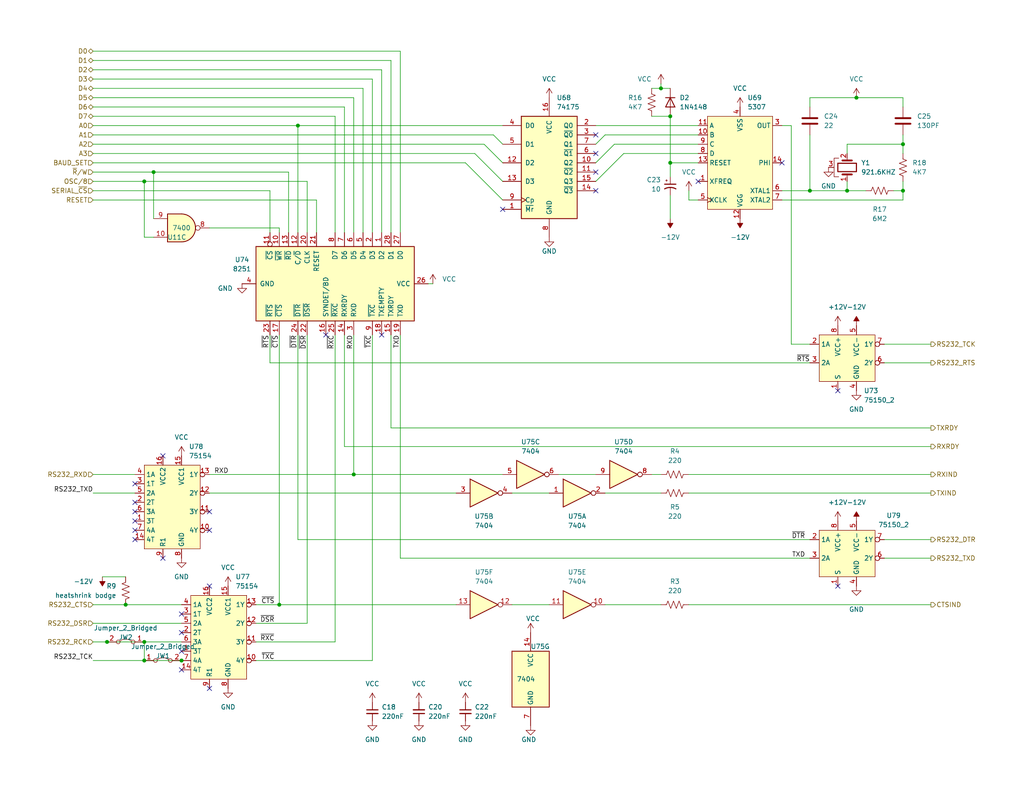
<source format=kicad_sch>
(kicad_sch (version 20230121) (generator eeschema)
  (paper "USLetter")
  (lib_symbols
    (symbol "74xx:7400" (pin_names (offset 1.016))
      (property "Reference" "U" (at 0 1.27 0))
      (property "Value" "7400" (at 0 -1.27 0))
      (symbol "7400_1_1"
        (arc (start 0 -3.81) (mid 3.7934 0) (end 0 3.81) (stroke (width 0.254)) (fill (type background)))
        (polyline (pts (xy 0 3.81) (xy -3.81 3.81) (xy -3.81 -3.81) (xy 0 -3.81)) (stroke (width 0.254)) (fill (type background)))
        (pin input line (at -7.62 2.54 0) (length 3.81) (name "~") (number "1"))
        (pin input line (at -7.62 -2.54 0) (length 3.81) (name "~") (number "2"))
        (pin output inverted (at 7.62 0 180) (length 3.81) (name "~") (number "3"))
      )
      (symbol "7400_1_2"
        (arc (start -3.81 -3.81) (mid -2.589 0) (end -3.81 3.81) (stroke (width 0.254)))
        (arc (start -0.6096 -3.81) (mid 2.1855 -2.584) (end 3.81 0) (stroke (width 0.254)) (fill (type background)))
        (polyline (pts (xy -3.81 -3.81) (xy -0.635 -3.81)) (stroke (width 0.254)) (fill (type background)))
        (polyline (pts (xy -3.81 3.81) (xy -0.635 3.81)) (stroke (width 0.254)) (fill (type background)))
        (polyline (pts (xy -0.635 3.81) (xy -3.81 3.81) (xy -3.81 3.81) (xy -3.556 3.4036) (xy -3.0226 2.2606) (xy -2.6924 1.0414) (xy -2.6162 -0.254) (xy -2.7686 -1.4986) (xy -3.175 -2.7178) (xy -3.81 -3.81) (xy -3.81 -3.81) (xy -0.635 -3.81)) (stroke (width -25.4)) (fill (type background)))
        (arc (start 3.81 0) (mid 2.1928 2.5925) (end -0.6096 3.81) (stroke (width 0.254)) (fill (type background)))
        (pin input inverted (at -7.62 2.54 0) (length 4.318) (name "~") (number "1"))
        (pin input inverted (at -7.62 -2.54 0) (length 4.318) (name "~") (number "2"))
        (pin output line (at 7.62 0 180) (length 3.81) (name "~") (number "3"))
      )
      (symbol "7400_2_1"
        (arc (start 0 -3.81) (mid 3.7934 0) (end 0 3.81) (stroke (width 0.254)) (fill (type background)))
        (polyline (pts (xy 0 3.81) (xy -3.81 3.81) (xy -3.81 -3.81) (xy 0 -3.81)) (stroke (width 0.254)) (fill (type background)))
        (pin input line (at -7.62 2.54 0) (length 3.81) (name "~") (number "4"))
        (pin input line (at -7.62 -2.54 0) (length 3.81) (name "~") (number "5"))
        (pin output inverted (at 7.62 0 180) (length 3.81) (name "~") (number "6"))
      )
      (symbol "7400_2_2"
        (arc (start -3.81 -3.81) (mid -2.589 0) (end -3.81 3.81) (stroke (width 0.254)))
        (arc (start -0.6096 -3.81) (mid 2.1855 -2.584) (end 3.81 0) (stroke (width 0.254)) (fill (type background)))
        (polyline (pts (xy -3.81 -3.81) (xy -0.635 -3.81)) (stroke (width 0.254)) (fill (type background)))
        (polyline (pts (xy -3.81 3.81) (xy -0.635 3.81)) (stroke (width 0.254)) (fill (type background)))
        (polyline (pts (xy -0.635 3.81) (xy -3.81 3.81) (xy -3.81 3.81) (xy -3.556 3.4036) (xy -3.0226 2.2606) (xy -2.6924 1.0414) (xy -2.6162 -0.254) (xy -2.7686 -1.4986) (xy -3.175 -2.7178) (xy -3.81 -3.81) (xy -3.81 -3.81) (xy -0.635 -3.81)) (stroke (width -25.4)) (fill (type background)))
        (arc (start 3.81 0) (mid 2.1928 2.5925) (end -0.6096 3.81) (stroke (width 0.254)) (fill (type background)))
        (pin input inverted (at -7.62 2.54 0) (length 4.318) (name "~") (number "4"))
        (pin input inverted (at -7.62 -2.54 0) (length 4.318) (name "~") (number "5"))
        (pin output line (at 7.62 0 180) (length 3.81) (name "~") (number "6"))
      )
      (symbol "7400_3_1"
        (arc (start 0 -3.81) (mid 3.7934 0) (end 0 3.81) (stroke (width 0.254)) (fill (type background)))
        (polyline (pts (xy 0 3.81) (xy -3.81 3.81) (xy -3.81 -3.81) (xy 0 -3.81)) (stroke (width 0.254)) (fill (type background)))
        (pin input line (at -7.62 -2.54 0) (length 3.81) (name "~") (number "10"))
        (pin output inverted (at 7.62 0 180) (length 3.81) (name "~") (number "8"))
        (pin input line (at -7.62 2.54 0) (length 3.81) (name "~") (number "9"))
      )
      (symbol "7400_3_2"
        (arc (start -3.81 -3.81) (mid -2.589 0) (end -3.81 3.81) (stroke (width 0.254)))
        (arc (start -0.6096 -3.81) (mid 2.1855 -2.584) (end 3.81 0) (stroke (width 0.254)) (fill (type background)))
        (polyline (pts (xy -3.81 -3.81) (xy -0.635 -3.81)) (stroke (width 0.254)) (fill (type background)))
        (polyline (pts (xy -3.81 3.81) (xy -0.635 3.81)) (stroke (width 0.254)) (fill (type background)))
        (polyline (pts (xy -0.635 3.81) (xy -3.81 3.81) (xy -3.81 3.81) (xy -3.556 3.4036) (xy -3.0226 2.2606) (xy -2.6924 1.0414) (xy -2.6162 -0.254) (xy -2.7686 -1.4986) (xy -3.175 -2.7178) (xy -3.81 -3.81) (xy -3.81 -3.81) (xy -0.635 -3.81)) (stroke (width -25.4)) (fill (type background)))
        (arc (start 3.81 0) (mid 2.1928 2.5925) (end -0.6096 3.81) (stroke (width 0.254)) (fill (type background)))
        (pin input inverted (at -7.62 -2.54 0) (length 4.318) (name "~") (number "10"))
        (pin output line (at 7.62 0 180) (length 3.81) (name "~") (number "8"))
        (pin input inverted (at -7.62 2.54 0) (length 4.318) (name "~") (number "9"))
      )
      (symbol "7400_4_1"
        (arc (start 0 -3.81) (mid 3.7934 0) (end 0 3.81) (stroke (width 0.254)) (fill (type background)))
        (polyline (pts (xy 0 3.81) (xy -3.81 3.81) (xy -3.81 -3.81) (xy 0 -3.81)) (stroke (width 0.254)) (fill (type background)))
        (pin output inverted (at 7.62 0 180) (length 3.81) (name "~") (number "11"))
        (pin input line (at -7.62 2.54 0) (length 3.81) (name "~") (number "12"))
        (pin input line (at -7.62 -2.54 0) (length 3.81) (name "~") (number "13"))
      )
      (symbol "7400_4_2"
        (arc (start -3.81 -3.81) (mid -2.589 0) (end -3.81 3.81) (stroke (width 0.254)))
        (arc (start -0.6096 -3.81) (mid 2.1855 -2.584) (end 3.81 0) (stroke (width 0.254)) (fill (type background)))
        (polyline (pts (xy -3.81 -3.81) (xy -0.635 -3.81)) (stroke (width 0.254)) (fill (type background)))
        (polyline (pts (xy -3.81 3.81) (xy -0.635 3.81)) (stroke (width 0.254)) (fill (type background)))
        (polyline (pts (xy -0.635 3.81) (xy -3.81 3.81) (xy -3.81 3.81) (xy -3.556 3.4036) (xy -3.0226 2.2606) (xy -2.6924 1.0414) (xy -2.6162 -0.254) (xy -2.7686 -1.4986) (xy -3.175 -2.7178) (xy -3.81 -3.81) (xy -3.81 -3.81) (xy -0.635 -3.81)) (stroke (width -25.4)) (fill (type background)))
        (arc (start 3.81 0) (mid 2.1928 2.5925) (end -0.6096 3.81) (stroke (width 0.254)) (fill (type background)))
        (pin output line (at 7.62 0 180) (length 3.81) (name "~") (number "11"))
        (pin input inverted (at -7.62 2.54 0) (length 4.318) (name "~") (number "12"))
        (pin input inverted (at -7.62 -2.54 0) (length 4.318) (name "~") (number "13"))
      )
      (symbol "7400_5_0"
        (pin power_in line (at 0 12.7 270) (length 5.08) (name "VCC") (number "14"))
        (pin power_in line (at 0 -12.7 90) (length 5.08) (name "GND") (number "7"))
      )
      (symbol "7400_5_1"
        (rectangle (start -5.08 7.62) (end 5.08 -7.62) (stroke (width 0.254)) (fill (type background)))
      )
    )
    (symbol "74xx:74LS04"
      (property "Reference" "U" (at 0 1.27 0))
      (property "Value" "74LS04" (at 0 -1.27 0))
      (symbol "74LS04_1_0"
        (polyline (pts (xy -3.81 3.81) (xy -3.81 -3.81) (xy 3.81 0) (xy -3.81 3.81)) (stroke (width 0.254)) (fill (type background)))
        (pin input line (at -7.62 0 0) (length 3.81) (name "~") (number "1"))
        (pin output inverted (at 7.62 0 180) (length 3.81) (name "~") (number "2"))
      )
      (symbol "74LS04_2_0"
        (polyline (pts (xy -3.81 3.81) (xy -3.81 -3.81) (xy 3.81 0) (xy -3.81 3.81)) (stroke (width 0.254)) (fill (type background)))
        (pin input line (at -7.62 0 0) (length 3.81) (name "~") (number "3"))
        (pin output inverted (at 7.62 0 180) (length 3.81) (name "~") (number "4"))
      )
      (symbol "74LS04_3_0"
        (polyline (pts (xy -3.81 3.81) (xy -3.81 -3.81) (xy 3.81 0) (xy -3.81 3.81)) (stroke (width 0.254)) (fill (type background)))
        (pin input line (at -7.62 0 0) (length 3.81) (name "~") (number "5"))
        (pin output inverted (at 7.62 0 180) (length 3.81) (name "~") (number "6"))
      )
      (symbol "74LS04_4_0"
        (polyline (pts (xy -3.81 3.81) (xy -3.81 -3.81) (xy 3.81 0) (xy -3.81 3.81)) (stroke (width 0.254)) (fill (type background)))
        (pin output inverted (at 7.62 0 180) (length 3.81) (name "~") (number "8"))
        (pin input line (at -7.62 0 0) (length 3.81) (name "~") (number "9"))
      )
      (symbol "74LS04_5_0"
        (polyline (pts (xy -3.81 3.81) (xy -3.81 -3.81) (xy 3.81 0) (xy -3.81 3.81)) (stroke (width 0.254)) (fill (type background)))
        (pin output inverted (at 7.62 0 180) (length 3.81) (name "~") (number "10"))
        (pin input line (at -7.62 0 0) (length 3.81) (name "~") (number "11"))
      )
      (symbol "74LS04_6_0"
        (polyline (pts (xy -3.81 3.81) (xy -3.81 -3.81) (xy 3.81 0) (xy -3.81 3.81)) (stroke (width 0.254)) (fill (type background)))
        (pin output inverted (at 7.62 0 180) (length 3.81) (name "~") (number "12"))
        (pin input line (at -7.62 0 0) (length 3.81) (name "~") (number "13"))
      )
      (symbol "74LS04_7_0"
        (pin power_in line (at 0 12.7 270) (length 5.08) (name "VCC") (number "14"))
        (pin power_in line (at 0 -12.7 90) (length 5.08) (name "GND") (number "7"))
      )
      (symbol "74LS04_7_1"
        (rectangle (start -5.08 7.62) (end 5.08 -7.62) (stroke (width 0.254)) (fill (type background)))
      )
    )
    (symbol "74xx:74LS175" (pin_names (offset 1.016))
      (property "Reference" "U" (at -7.62 13.97 0))
      (property "Value" "74LS175" (at -7.62 -16.51 0))
      (symbol "74LS175_1_0"
        (pin input line (at -12.7 -12.7 0) (length 5.08) (name "~{Mr}") (number "1"))
        (pin output line (at 12.7 0 180) (length 5.08) (name "Q2") (number "10"))
        (pin output line (at 12.7 -2.54 180) (length 5.08) (name "~{Q2}") (number "11"))
        (pin input line (at -12.7 0 0) (length 5.08) (name "D2") (number "12"))
        (pin input line (at -12.7 -5.08 0) (length 5.08) (name "D3") (number "13"))
        (pin output line (at 12.7 -7.62 180) (length 5.08) (name "~{Q3}") (number "14"))
        (pin output line (at 12.7 -5.08 180) (length 5.08) (name "Q3") (number "15"))
        (pin power_in line (at 0 17.78 270) (length 5.08) (name "VCC") (number "16"))
        (pin output line (at 12.7 10.16 180) (length 5.08) (name "Q0") (number "2"))
        (pin output line (at 12.7 7.62 180) (length 5.08) (name "~{Q0}") (number "3"))
        (pin input line (at -12.7 10.16 0) (length 5.08) (name "D0") (number "4"))
        (pin input line (at -12.7 5.08 0) (length 5.08) (name "D1") (number "5"))
        (pin output line (at 12.7 2.54 180) (length 5.08) (name "~{Q1}") (number "6"))
        (pin output line (at 12.7 5.08 180) (length 5.08) (name "Q1") (number "7"))
        (pin power_in line (at 0 -20.32 90) (length 5.08) (name "GND") (number "8"))
        (pin input clock (at -12.7 -10.16 0) (length 5.08) (name "Cp") (number "9"))
      )
      (symbol "74LS175_1_1"
        (rectangle (start -7.62 12.7) (end 7.62 -15.24) (stroke (width 0.254)) (fill (type background)))
      )
    )
    (symbol "Device:C" (pin_numbers hide) (pin_names (offset 0.254))
      (property "Reference" "C" (at 0.635 2.54 0))
      (property "Value" "C" (at 0.635 -2.54 0))
      (symbol "C_0_1"
        (polyline (pts (xy -2.032 -0.762) (xy 2.032 -0.762)) (stroke (width 0.508)))
        (polyline (pts (xy -2.032 0.762) (xy 2.032 0.762)) (stroke (width 0.508)))
      )
      (symbol "C_1_1"
        (pin passive line (at 0 3.81 270) (length 2.794) (name "~") (number "1"))
        (pin passive line (at 0 -3.81 90) (length 2.794) (name "~") (number "2"))
      )
    )
    (symbol "Device:C_Polarized_Small_US" (pin_numbers hide) (pin_names (offset 0.254) hide)
      (property "Reference" "C" (at 0.254 1.778 0))
      (property "Value" "C_Polarized_Small_US" (at 0.254 -2.032 0))
      (symbol "C_Polarized_Small_US_0_1"
        (polyline (pts (xy -1.524 0.508) (xy 1.524 0.508)) (stroke (width 0.3048)))
        (polyline (pts (xy -1.27 1.524) (xy -0.762 1.524)))
        (polyline (pts (xy -1.016 1.27) (xy -1.016 1.778)))
        (arc (start 1.524 -0.762) (mid 0 -0.3734) (end -1.524 -0.762) (stroke (width 0.3048)))
      )
      (symbol "C_Polarized_Small_US_1_1"
        (pin passive line (at 0 2.54 270) (length 2.032) (name "~") (number "1"))
        (pin passive line (at 0 -2.54 90) (length 2.032) (name "~") (number "2"))
      )
    )
    (symbol "Device:C_Small" (pin_numbers hide) (pin_names (offset 0.254) hide)
      (property "Reference" "C" (at 0.254 1.778 0))
      (property "Value" "C_Small" (at 0.254 -2.032 0))
      (symbol "C_Small_0_1"
        (polyline (pts (xy -1.524 -0.508) (xy 1.524 -0.508)) (stroke (width 0.3302)))
        (polyline (pts (xy -1.524 0.508) (xy 1.524 0.508)) (stroke (width 0.3048)))
      )
      (symbol "C_Small_1_1"
        (pin passive line (at 0 2.54 270) (length 2.032) (name "~") (number "1"))
        (pin passive line (at 0 -2.54 90) (length 2.032) (name "~") (number "2"))
      )
    )
    (symbol "Device:Crystal_GND3" (pin_names (offset 1.016) hide)
      (property "Reference" "Y" (at 0 5.715 0))
      (property "Value" "Crystal_GND3" (at 0 3.81 0))
      (symbol "Crystal_GND3_0_1"
        (rectangle (start -1.143 2.54) (end 1.143 -2.54) (stroke (width 0.3048)))
        (polyline (pts (xy -2.54 0) (xy -1.905 0)))
        (polyline (pts (xy -1.905 -1.27) (xy -1.905 1.27)) (stroke (width 0.508)))
        (polyline (pts (xy 0 -3.81) (xy 0 -3.556)))
        (polyline (pts (xy 1.905 0) (xy 2.54 0)))
        (polyline (pts (xy 1.905 1.27) (xy 1.905 -1.27)) (stroke (width 0.508)))
        (polyline (pts (xy -2.54 -2.286) (xy -2.54 -3.556) (xy 2.54 -3.556) (xy 2.54 -2.286)))
      )
      (symbol "Crystal_GND3_1_1"
        (pin passive line (at -3.81 0 0) (length 1.27) (name "1") (number "1"))
        (pin passive line (at 3.81 0 180) (length 1.27) (name "2") (number "2"))
        (pin passive line (at 0 -5.08 90) (length 1.27) (name "3") (number "3"))
      )
    )
    (symbol "Device:R_US" (pin_numbers hide) (pin_names (offset 0))
      (property "Reference" "R" (at 2.54 0 90))
      (property "Value" "R_US" (at -2.54 0 90))
      (symbol "R_US_0_1"
        (polyline (pts (xy 0 -2.286) (xy 0 -2.54)))
        (polyline (pts (xy 0 2.286) (xy 0 2.54)))
        (polyline (pts (xy 0 -0.762) (xy 1.016 -1.143) (xy 0 -1.524) (xy -1.016 -1.905) (xy 0 -2.286)))
        (polyline (pts (xy 0 0.762) (xy 1.016 0.381) (xy 0 0) (xy -1.016 -0.381) (xy 0 -0.762)))
        (polyline (pts (xy 0 2.286) (xy 1.016 1.905) (xy 0 1.524) (xy -1.016 1.143) (xy 0 0.762)))
      )
      (symbol "R_US_1_1"
        (pin passive line (at 0 3.81 270) (length 1.27) (name "~") (number "1"))
        (pin passive line (at 0 -3.81 90) (length 1.27) (name "~") (number "2"))
      )
    )
    (symbol "Diode:1N4148" (pin_numbers hide) (pin_names (offset 1.016) hide)
      (property "Reference" "D" (at 0 2.54 0))
      (property "Value" "1N4148" (at 0 -2.54 0))
      (symbol "1N4148_0_1"
        (polyline (pts (xy -1.27 1.27) (xy -1.27 -1.27)) (stroke (width 0.254)))
        (polyline (pts (xy 1.27 0) (xy -1.27 0)))
        (polyline (pts (xy 1.27 1.27) (xy 1.27 -1.27) (xy -1.27 0) (xy 1.27 1.27)) (stroke (width 0.254)))
      )
      (symbol "1N4148_1_1"
        (pin passive line (at -3.81 0 0) (length 2.54) (name "K") (number "1"))
        (pin passive line (at 3.81 0 180) (length 2.54) (name "A") (number "2"))
      )
    )
    (symbol "Jumper:Jumper_2_Bridged" (pin_names (offset 0) hide)
      (property "Reference" "JP" (at 0 1.905 0))
      (property "Value" "Jumper_2_Bridged" (at 0 -2.54 0))
      (symbol "Jumper_2_Bridged_0_0"
        (circle (center -2.032 0) (radius 0.508))
        (circle (center 2.032 0) (radius 0.508))
      )
      (symbol "Jumper_2_Bridged_0_1"
        (arc (start 1.524 0.254) (mid 0 0.762) (end -1.524 0.254))
      )
      (symbol "Jumper_2_Bridged_1_1"
        (pin passive line (at -5.08 0 0) (length 2.54) (name "A") (number "1"))
        (pin passive line (at 5.08 0 180) (length 2.54) (name "B") (number "2"))
      )
    )
    (symbol "ambassador:5307"
      (property "Reference" "U" (at 3.81 11.43 0))
      (property "Value" "5307" (at 3.81 -16.51 0))
      (symbol "5307_0_0"
        (pin input line (at -11.43 -7.62 0) (length 2.54) (name "XFREQ") (number "1"))
        (pin input line (at -11.43 5.08 0) (length 2.54) (name "B") (number "10"))
        (pin input line (at -11.43 7.62 0) (length 2.54) (name "A") (number "11"))
        (pin power_in line (at 0 -17.78 90) (length 2.54) (name "VGG") (number "12"))
        (pin input line (at -11.43 -2.54 0) (length 2.54) (name "RESET") (number "13"))
        (pin output line (at 11.43 -2.54 180) (length 2.54) (name "PHI") (number "14"))
        (pin no_connect non_logic (at 11.43 -7.62 180) (length 2.54) hide (name "NC") (number "2"))
        (pin output line (at 11.43 7.62 180) (length 2.54) (name "OUT") (number "3"))
        (pin power_in line (at 0 12.7 270) (length 2.54) (name "VSS") (number "4"))
        (pin input clock (at -11.43 -12.7 0) (length 2.54) (name "XCLK") (number "5"))
        (pin input line (at 11.43 -10.16 180) (length 2.54) (name "XTAL1") (number "6"))
        (pin input line (at 11.43 -12.7 180) (length 2.54) (name "XTAL2") (number "7"))
        (pin input line (at -11.43 0 0) (length 2.54) (name "D") (number "8"))
        (pin input line (at -11.43 2.54 0) (length 2.54) (name "C") (number "9"))
      )
      (symbol "5307_0_1"
        (rectangle (start -8.89 10.16) (end 8.89 -15.24) (fill (type background)))
      )
    )
    (symbol "ambassador:75150_2"
      (property "Reference" "U" (at -7.62 16.51 0))
      (property "Value" "75150_2" (at 7.62 16.51 0))
      (symbol "75150_2_0_0"
        (pin input line (at -2.54 0 90) (length 2.54) (name "S") (number "1"))
        (pin input line (at -10.16 12.7 0) (length 2.54) (name "1A") (number "2"))
        (pin input line (at -10.16 7.62 0) (length 2.54) (name "2A") (number "3"))
        (pin power_in line (at 2.54 0 90) (length 2.54) (name "GND") (number "4"))
        (pin power_in line (at 2.54 17.78 270) (length 2.54) (name "VCC-") (number "5"))
        (pin output inverted (at 10.16 7.62 180) (length 2.54) (name "2Y") (number "6"))
        (pin output inverted (at 10.16 12.7 180) (length 2.54) (name "1Y") (number "7"))
        (pin power_in line (at -2.54 17.78 270) (length 2.54) (name "VCC+") (number "8"))
      )
      (symbol "75150_2_0_1"
        (rectangle (start -7.62 15.24) (end 7.62 2.54) (fill (type background)))
      )
    )
    (symbol "ambassador:75154"
      (property "Reference" "U" (at -7.62 16.51 0))
      (property "Value" "75154" (at 7.62 16.51 0))
      (symbol "75154_0_0"
        (pin input line (at -10.16 0 0) (length 2.54) (name "3T") (number "1"))
        (pin output inverted (at 10.16 -2.54 180) (length 2.54) (name "4Y") (number "10"))
        (pin output inverted (at 10.16 2.54 180) (length 2.54) (name "3Y") (number "11"))
        (pin output inverted (at 10.16 7.62 180) (length 2.54) (name "2Y") (number "12"))
        (pin output inverted (at 10.16 12.7 180) (length 2.54) (name "1Y") (number "13"))
        (pin input line (at -10.16 -5.08 0) (length 2.54) (name "4T") (number "14"))
        (pin power_in line (at 2.54 17.78 270) (length 2.54) (name "VCC1") (number "15"))
        (pin power_in line (at -2.54 17.78 270) (length 2.54) (name "VCC2") (number "16"))
        (pin input line (at -10.16 5.08 0) (length 2.54) (name "2T") (number "2"))
        (pin input line (at -10.16 10.16 0) (length 2.54) (name "1T") (number "3"))
        (pin input line (at -10.16 12.7 0) (length 2.54) (name "1A") (number "4"))
        (pin input line (at -10.16 7.62 0) (length 2.54) (name "2A") (number "5"))
        (pin input line (at -10.16 2.54 0) (length 2.54) (name "3A") (number "6"))
        (pin input line (at -10.16 -2.54 0) (length 2.54) (name "4A") (number "7"))
        (pin power_in line (at 2.54 -10.16 90) (length 2.54) (name "GND") (number "8"))
        (pin passive line (at -2.54 -10.16 90) (length 2.54) (name "R1") (number "9"))
      )
      (symbol "75154_0_1"
        (rectangle (start -7.62 15.24) (end 7.62 -7.62) (fill (type background)))
      )
    )
    (symbol "ambassador:8251" (pin_names (offset 1.016))
      (property "Reference" "U" (at -10.16 25.4 0))
      (property "Value" "8251" (at 5.08 25.4 0))
      (symbol "8251_0_1"
        (rectangle (start -10.16 24.13) (end 10.16 -19.05) (stroke (width 0.254)) (fill (type background)))
      )
      (symbol "8251_1_1"
        (pin bidirectional line (at -13.97 15.24 0) (length 3.81) (name "D2") (number "1"))
        (pin input line (at -13.97 -12.7 0) (length 3.81) (name "~{WR}") (number "10"))
        (pin input inverted (at -13.97 -15.24 0) (length 3.81) (name "~{CS}") (number "11"))
        (pin input line (at -13.97 -7.62 0) (length 3.81) (name "C/~{D}") (number "12"))
        (pin input line (at -13.97 -10.16 0) (length 3.81) (name "~{RD}") (number "13"))
        (pin output line (at 13.97 5.08 180) (length 3.81) (name "RXRDY") (number "14"))
        (pin output line (at 13.97 17.78 180) (length 3.81) (name "TXRDY") (number "15"))
        (pin bidirectional line (at 13.97 0 180) (length 3.81) (name "SYNDET/BD") (number "16"))
        (pin input line (at 13.97 -12.7 180) (length 3.81) (name "~{CTS}") (number "17"))
        (pin output line (at 13.97 15.24 180) (length 3.81) (name "TXEMPTY") (number "18"))
        (pin output line (at 13.97 20.32 180) (length 3.81) (name "TXD") (number "19"))
        (pin bidirectional line (at -13.97 12.7 0) (length 3.81) (name "D3") (number "2"))
        (pin input line (at -13.97 -5.08 0) (length 3.81) (name "CLK") (number "20"))
        (pin input line (at -13.97 -2.54 0) (length 3.81) (name "RESET") (number "21"))
        (pin input line (at 13.97 -5.08 180) (length 3.81) (name "~{DSR}") (number "22"))
        (pin output line (at 13.97 -15.24 180) (length 3.81) (name "~{RTS}") (number "23"))
        (pin output line (at 13.97 -7.62 180) (length 3.81) (name "~{DTR}") (number "24"))
        (pin input line (at 13.97 2.54 180) (length 3.81) (name "~{RXC}") (number "25"))
        (pin power_in line (at 0 27.94 270) (length 3.81) (name "VCC") (number "26"))
        (pin bidirectional line (at -13.97 20.32 0) (length 3.81) (name "D0") (number "27"))
        (pin bidirectional line (at -13.97 17.78 0) (length 3.81) (name "D1") (number "28"))
        (pin input line (at 13.97 7.62 180) (length 3.81) (name "RXD") (number "3"))
        (pin power_in line (at 0 -22.86 90) (length 3.81) (name "GND") (number "4"))
        (pin bidirectional line (at -13.97 10.16 0) (length 3.81) (name "D4") (number "5"))
        (pin bidirectional line (at -13.97 7.62 0) (length 3.81) (name "D5") (number "6"))
        (pin bidirectional line (at -13.97 5.08 0) (length 3.81) (name "D6") (number "7"))
        (pin bidirectional line (at -13.97 2.54 0) (length 3.81) (name "D7") (number "8"))
        (pin input line (at 13.97 12.7 180) (length 3.81) (name "~{TXC}") (number "9"))
      )
    )
    (symbol "power:+12V" (power) (pin_names (offset 0))
      (property "Value" "+12V" (at 0 3.556 0))
      (symbol "+12V_0_1"
        (polyline (pts (xy -0.762 1.27) (xy 0 2.54)))
        (polyline (pts (xy 0 0) (xy 0 2.54)))
        (polyline (pts (xy 0 2.54) (xy 0.762 1.27)))
      )
      (symbol "+12V_1_1"
        (pin power_in line (at 0 0 90) (length 0) hide (name "+12V") (number "1"))
      )
    )
    (symbol "power:-12V" (power) (pin_names (offset 0))
      (property "Value" "-12V" (at 0 3.81 0))
      (symbol "-12V_0_0"
        (pin power_in line (at 0 0 90) (length 0) hide (name "-12V") (number "1"))
      )
      (symbol "-12V_0_1"
        (polyline (pts (xy 0 0) (xy 0 1.27) (xy 0.762 1.27) (xy 0 2.54) (xy -0.762 1.27) (xy 0 1.27)) (fill (type outline)))
      )
    )
    (symbol "power:GND" (power) (pin_names (offset 0))
      (property "Value" "GND" (at 0 -3.81 0))
      (symbol "GND_0_1"
        (polyline (pts (xy 0 0) (xy 0 -1.27) (xy 1.27 -1.27) (xy 0 -2.54) (xy -1.27 -1.27) (xy 0 -1.27)))
      )
      (symbol "GND_1_1"
        (pin power_in line (at 0 0 270) (length 0) hide (name "GND") (number "1"))
      )
    )
    (symbol "power:VCC" (power) (pin_names (offset 0))
      (property "Value" "VCC" (at 0 3.81 0))
      (symbol "VCC_0_1"
        (polyline (pts (xy -0.762 1.27) (xy 0 2.54)))
        (polyline (pts (xy 0 0) (xy 0 2.54)))
        (polyline (pts (xy 0 2.54) (xy 0.762 1.27)))
      )
      (symbol "VCC_1_1"
        (pin power_in line (at 0 0 90) (length 0) hide (name "VCC") (number "1"))
      )
    )
  )
  (junction (at 180.34 24.13))
  (junction (at 233.68 26.67))
  (junction (at 49.53 180.34))
  (junction (at 220.98 52.07))
  (junction (at 96.52 129.54))
  (junction (at 246.38 52.07))
  (junction (at 39.37 180.34))
  (junction (at 41.91 46.99))
  (junction (at 81.28 34.29))
  (junction (at 39.37 49.53))
  (junction (at 29.21 175.26))
  (junction (at 182.88 44.45))
  (junction (at 246.38 39.37))
  (junction (at 231.14 52.07))
  (junction (at 182.88 31.75))
  (junction (at 76.2 165.1))
  (junction (at 34.29 165.1))
  (junction (at 39.37 175.26))
  (no_connect (at 57.15 187.96))
  (no_connect (at 57.15 160.02))
  (no_connect (at 49.53 182.88))
  (no_connect (at 49.53 177.8))
  (no_connect (at 49.53 172.72))
  (no_connect (at 49.53 167.64))
  (no_connect (at 44.45 124.46))
  (no_connect (at 162.56 41.91))
  (no_connect (at 36.83 142.24))
  (no_connect (at 104.14 91.44))
  (no_connect (at 88.9 91.44))
  (no_connect (at 36.83 147.32))
  (no_connect (at 36.83 144.78))
  (no_connect (at 57.15 144.78))
  (no_connect (at 36.83 139.7))
  (no_connect (at 162.56 52.07))
  (no_connect (at 36.83 137.16))
  (no_connect (at 44.45 152.4))
  (no_connect (at 36.83 132.08))
  (no_connect (at 162.56 46.99))
  (no_connect (at 228.6 106.68))
  (no_connect (at 228.6 160.02))
  (no_connect (at 137.16 57.15))
  (no_connect (at 213.36 44.45))
  (no_connect (at 190.5 49.53))
  (no_connect (at 162.56 36.83))
  (no_connect (at 57.15 139.7))
  (wire (pts (xy 41.91 46.99) (xy 41.91 59.69)))
  (wire (pts (xy 25.4 175.26) (xy 29.21 175.26)))
  (wire (pts (xy 25.4 24.13) (xy 99.06 24.13)))
  (wire (pts (xy 231.14 52.07) (xy 236.22 52.07)))
  (wire (pts (xy 57.15 62.23) (xy 76.2 62.23)))
  (wire (pts (xy 91.44 31.75) (xy 91.44 63.5)))
  (wire (pts (xy 57.15 129.54) (xy 96.52 129.54)))
  (wire (pts (xy 57.15 134.62) (xy 124.46 134.62)))
  (wire (pts (xy 25.4 13.97) (xy 109.22 13.97)))
  (wire (pts (xy 41.91 46.99) (xy 78.74 46.99)))
  (wire (pts (xy 177.8 129.54) (xy 180.34 129.54)))
  (wire (pts (xy 213.36 34.29) (xy 215.9 34.29)))
  (wire (pts (xy 152.4 129.54) (xy 162.56 129.54)))
  (wire (pts (xy 180.34 165.1) (xy 165.1 165.1)))
  (wire (pts (xy 25.4 29.21) (xy 93.98 29.21)))
  (wire (pts (xy 25.4 39.37) (xy 132.08 39.37)))
  (wire (pts (xy 182.88 44.45) (xy 182.88 31.75)))
  (wire (pts (xy 106.68 116.84) (xy 254 116.84)))
  (wire (pts (xy 99.06 24.13) (xy 99.06 63.5)))
  (wire (pts (xy 162.56 39.37) (xy 165.1 36.83)))
  (wire (pts (xy 39.37 64.77) (xy 39.37 49.53)))
  (wire (pts (xy 69.85 175.26) (xy 91.44 175.26)))
  (wire (pts (xy 127 44.45) (xy 137.16 54.61)))
  (wire (pts (xy 25.4 26.67) (xy 96.52 26.67)))
  (wire (pts (xy 25.4 49.53) (xy 39.37 49.53)))
  (wire (pts (xy 25.4 180.34) (xy 39.37 180.34)))
  (wire (pts (xy 39.37 175.26) (xy 49.53 175.26)))
  (wire (pts (xy 220.98 52.07) (xy 213.36 52.07)))
  (wire (pts (xy 106.68 16.51) (xy 106.68 63.5)))
  (wire (pts (xy 167.64 39.37) (xy 190.5 39.37)))
  (wire (pts (xy 93.98 29.21) (xy 93.98 63.5)))
  (wire (pts (xy 25.4 34.29) (xy 81.28 34.29)))
  (wire (pts (xy 25.4 134.62) (xy 36.83 134.62)))
  (wire (pts (xy 25.4 19.05) (xy 104.14 19.05)))
  (wire (pts (xy 25.4 54.61) (xy 86.36 54.61)))
  (wire (pts (xy 246.38 26.67) (xy 246.38 29.21)))
  (wire (pts (xy 246.38 54.61) (xy 246.38 52.07)))
  (wire (pts (xy 139.7 134.62) (xy 149.86 134.62)))
  (wire (pts (xy 246.38 54.61) (xy 213.36 54.61)))
  (wire (pts (xy 177.8 31.75) (xy 182.88 31.75)))
  (wire (pts (xy 25.4 44.45) (xy 127 44.45)))
  (wire (pts (xy 96.52 129.54) (xy 137.16 129.54)))
  (wire (pts (xy 39.37 180.34) (xy 49.53 180.34)))
  (wire (pts (xy 25.4 52.07) (xy 73.66 52.07)))
  (wire (pts (xy 215.9 34.29) (xy 215.9 93.98)))
  (wire (pts (xy 215.9 93.98) (xy 220.98 93.98)))
  (wire (pts (xy 106.68 91.44) (xy 106.68 116.84)))
  (wire (pts (xy 25.4 21.59) (xy 101.6 21.59)))
  (wire (pts (xy 76.2 91.44) (xy 76.2 165.1)))
  (wire (pts (xy 182.88 53.34) (xy 182.88 59.69)))
  (wire (pts (xy 39.37 64.77) (xy 41.91 64.77)))
  (wire (pts (xy 69.85 170.18) (xy 83.82 170.18)))
  (wire (pts (xy 220.98 52.07) (xy 231.14 52.07)))
  (wire (pts (xy 101.6 180.34) (xy 69.85 180.34)))
  (wire (pts (xy 25.4 46.99) (xy 41.91 46.99)))
  (wire (pts (xy 241.3 99.06) (xy 254 99.06)))
  (wire (pts (xy 246.38 52.07) (xy 243.84 52.07)))
  (wire (pts (xy 137.16 39.37) (xy 134.62 36.83)))
  (wire (pts (xy 162.56 44.45) (xy 167.64 39.37)))
  (wire (pts (xy 81.28 34.29) (xy 81.28 63.5)))
  (wire (pts (xy 25.4 41.91) (xy 129.54 41.91)))
  (wire (pts (xy 81.28 147.32) (xy 220.98 147.32)))
  (wire (pts (xy 165.1 36.83) (xy 190.5 36.83)))
  (wire (pts (xy 109.22 152.4) (xy 109.22 91.44)))
  (wire (pts (xy 254 134.62) (xy 187.96 134.62)))
  (wire (pts (xy 246.38 52.07) (xy 246.38 49.53)))
  (wire (pts (xy 241.3 152.4) (xy 254 152.4)))
  (wire (pts (xy 73.66 52.07) (xy 73.66 63.5)))
  (wire (pts (xy 220.98 99.06) (xy 73.66 99.06)))
  (wire (pts (xy 187.96 54.61) (xy 190.5 54.61)))
  (wire (pts (xy 187.96 165.1) (xy 254 165.1)))
  (wire (pts (xy 182.88 44.45) (xy 190.5 44.45)))
  (wire (pts (xy 81.28 91.44) (xy 81.28 147.32)))
  (wire (pts (xy 49.53 170.18) (xy 25.4 170.18)))
  (wire (pts (xy 187.96 129.54) (xy 254 129.54)))
  (wire (pts (xy 104.14 19.05) (xy 104.14 63.5)))
  (wire (pts (xy 96.52 129.54) (xy 96.52 91.44)))
  (wire (pts (xy 109.22 13.97) (xy 109.22 63.5)))
  (wire (pts (xy 69.85 165.1) (xy 76.2 165.1)))
  (wire (pts (xy 132.08 39.37) (xy 137.16 44.45)))
  (wire (pts (xy 246.38 36.83) (xy 246.38 39.37)))
  (wire (pts (xy 182.88 24.13) (xy 180.34 24.13)))
  (wire (pts (xy 220.98 52.07) (xy 220.98 36.83)))
  (wire (pts (xy 76.2 62.23) (xy 76.2 63.5)))
  (wire (pts (xy 220.98 29.21) (xy 220.98 26.67)))
  (wire (pts (xy 241.3 93.98) (xy 254 93.98)))
  (wire (pts (xy 180.34 24.13) (xy 177.8 24.13)))
  (wire (pts (xy 139.7 165.1) (xy 149.86 165.1)))
  (wire (pts (xy 129.54 41.91) (xy 137.16 49.53)))
  (wire (pts (xy 182.88 48.26) (xy 182.88 44.45)))
  (wire (pts (xy 231.14 39.37) (xy 246.38 39.37)))
  (wire (pts (xy 86.36 54.61) (xy 86.36 63.5)))
  (wire (pts (xy 25.4 31.75) (xy 91.44 31.75)))
  (wire (pts (xy 231.14 39.37) (xy 231.14 41.91)))
  (wire (pts (xy 118.11 77.47) (xy 116.84 77.47)))
  (wire (pts (xy 162.56 49.53) (xy 170.18 41.91)))
  (wire (pts (xy 91.44 91.44) (xy 91.44 175.26)))
  (wire (pts (xy 93.98 91.44) (xy 93.98 121.92)))
  (wire (pts (xy 76.2 165.1) (xy 124.46 165.1)))
  (wire (pts (xy 81.28 34.29) (xy 137.16 34.29)))
  (wire (pts (xy 96.52 26.67) (xy 96.52 63.5)))
  (wire (pts (xy 233.68 26.67) (xy 246.38 26.67)))
  (wire (pts (xy 29.21 175.26) (xy 39.37 175.26)))
  (wire (pts (xy 101.6 21.59) (xy 101.6 63.5)))
  (wire (pts (xy 233.68 26.67) (xy 220.98 26.67)))
  (wire (pts (xy 25.4 16.51) (xy 106.68 16.51)))
  (wire (pts (xy 162.56 34.29) (xy 190.5 34.29)))
  (wire (pts (xy 83.82 91.44) (xy 83.82 170.18)))
  (wire (pts (xy 231.14 49.53) (xy 231.14 52.07)))
  (wire (pts (xy 25.4 129.54) (xy 36.83 129.54)))
  (wire (pts (xy 39.37 49.53) (xy 83.82 49.53)))
  (wire (pts (xy 101.6 180.34) (xy 101.6 91.44)))
  (wire (pts (xy 93.98 121.92) (xy 254 121.92)))
  (wire (pts (xy 180.34 22.86) (xy 180.34 24.13)))
  (wire (pts (xy 27.94 157.48) (xy 34.29 157.48)))
  (wire (pts (xy 254 147.32) (xy 241.3 147.32)))
  (wire (pts (xy 83.82 49.53) (xy 83.82 63.5)))
  (wire (pts (xy 170.18 41.91) (xy 190.5 41.91)))
  (wire (pts (xy 25.4 36.83) (xy 134.62 36.83)))
  (wire (pts (xy 165.1 134.62) (xy 180.34 134.62)))
  (wire (pts (xy 39.37 180.34) (xy 39.37 175.26)))
  (wire (pts (xy 246.38 41.91) (xy 246.38 39.37)))
  (wire (pts (xy 73.66 99.06) (xy 73.66 91.44)))
  (wire (pts (xy 78.74 46.99) (xy 78.74 63.5)))
  (wire (pts (xy 220.98 152.4) (xy 109.22 152.4)))
  (wire (pts (xy 49.53 165.1) (xy 34.29 165.1)))
  (wire (pts (xy 25.4 165.1) (xy 34.29 165.1)))
  (wire (pts (xy 187.96 52.07) (xy 187.96 54.61)))
  (label "~{DSR}" (at 83.82 91.44 270))
  (label "TXD" (at 219.71 152.4 180))
  (label "~{RTS}" (at 220.98 99.06 180))
  (label "TXD" (at 109.22 91.44 270))
  (label "~{RXC}" (at 74.93 175.26 180))
  (label "~{CTS}" (at 74.93 165.1 180))
  (label "RXD" (at 58.42 129.54 0))
  (label "~{DTR}" (at 219.71 147.32 180))
  (label "~{TXC}" (at 74.93 180.34 180))
  (label "~{RXC}" (at 91.44 91.44 270))
  (label "~{TXC}" (at 101.6 91.44 270))
  (label "~{RTS}" (at 73.66 91.44 270))
  (label "~{DSR}" (at 74.93 170.18 180))
  (label "RXD" (at 96.52 91.44 270))
  (label "~{CTS}" (at 76.2 91.44 270))
  (label "~{DTR}" (at 81.28 91.44 270))
  (label "RS232_TXD" (at 25.4 134.62 180))
  (label "RS232_TCK" (at 25.4 180.34 180))
  (hierarchical_label "BAUD_SET" (shape input) (at 25.4 44.45 180))
  (hierarchical_label "A2" (shape input) (at 25.4 39.37 180))
  (hierarchical_label "A3" (shape input) (at 25.4 41.91 180))
  (hierarchical_label "A1" (shape input) (at 25.4 36.83 180))
  (hierarchical_label "D2" (shape bidirectional) (at 25.4 19.05 180))
  (hierarchical_label "RS232_RCK" (shape input) (at 25.4 175.26 180))
  (hierarchical_label "SERIAL_~{CS}" (shape input) (at 25.4 52.07 180))
  (hierarchical_label "RS232_DTR" (shape output) (at 254 147.32 0))
  (hierarchical_label "A0" (shape input) (at 25.4 34.29 180))
  (hierarchical_label "RS232_RXD" (shape input) (at 25.4 129.54 180))
  (hierarchical_label "RXIND" (shape output) (at 254 129.54 0))
  (hierarchical_label "D4" (shape bidirectional) (at 25.4 24.13 180))
  (hierarchical_label "D5" (shape bidirectional) (at 25.4 26.67 180))
  (hierarchical_label "D6" (shape bidirectional) (at 25.4 29.21 180))
  (hierarchical_label "~{R}{slash}W" (shape input) (at 25.4 46.99 180))
  (hierarchical_label "RS232_TXD" (shape output) (at 254 152.4 0))
  (hierarchical_label "D3" (shape bidirectional) (at 25.4 21.59 180))
  (hierarchical_label "RESET" (shape input) (at 25.4 54.61 180))
  (hierarchical_label "RS232_DSR" (shape input) (at 25.4 170.18 180))
  (hierarchical_label "TXRDY" (shape output) (at 254 116.84 0))
  (hierarchical_label "RXRDY" (shape output) (at 254 121.92 0))
  (hierarchical_label "D0" (shape bidirectional) (at 25.4 13.97 180))
  (hierarchical_label "CTSIND" (shape output) (at 254 165.1 0))
  (hierarchical_label "D1" (shape bidirectional) (at 25.4 16.51 180))
  (hierarchical_label "OSC/8" (shape input) (at 25.4 49.53 180))
  (hierarchical_label "TXIND" (shape output) (at 254 134.62 0))
  (hierarchical_label "D7" (shape bidirectional) (at 25.4 31.75 180))
  (hierarchical_label "RS232_CTS" (shape input) (at 25.4 165.1 180))
  (hierarchical_label "RS232_RTS" (shape output) (at 254 99.06 0))
  (hierarchical_label "RS232_TCK" (shape output) (at 254 93.98 0))
  (symbol (lib_id "power:+12V") (at 228.6 88.9 0) (unit 1)
    (property "Reference" "#PWR0249" (effects hide))
    (property "Value" "+12V" (at 228.6 83.82 0))
  )
  (symbol (lib_id "ambassador:75150_2") (at 231.14 160.02 0) (unit 1)
    (property "Reference" "U79" (at 243.84 140.7412 0))
    (property "Value" "75150_2" (at 243.84 143.2812 0))
    (property "Footprint" "Package_DIP:DIP-8_W7.62mm" (effects hide))
  )
  (symbol (lib_id "ambassador:8251") (at 88.9 77.47 270) (unit 1)
    (property "Reference" "U74" (at 66.04 70.8912 90))
    (property "Value" "8251" (at 66.04 73.4312 90))
    (property "Footprint" "Package_DIP:DIP-28_W15.24mm" (effects hide))
    (property "Datasheet" "https://drive.google.com/file/d/1RJgJI5rwygOzlLgd8qAoAdhfXv_w0cmM/view?usp=sharing" (effects hide))
  )
  (symbol (lib_id "power:GND") (at 49.53 152.4 0) (unit 1)
    (property "Reference" "#PWR0222" (effects hide))
    (property "Value" "GND" (at 49.53 157.48 0))
  )
  (symbol (lib_id "power:-12V") (at 233.68 142.24 0) (unit 1)
    (property "Reference" "#PWR0219" (effects hide))
    (property "Value" "-12V" (at 233.68 137.16 0))
  )
  (symbol (lib_id "Device:R_US") (at 240.03 52.07 90) (unit 1)
    (property "Reference" "R17" (at 240.03 57.15 90))
    (property "Value" "6M2" (at 240.03 59.69 90))
    (property "Footprint" "Resistor_THT:R_Axial_DIN0309_L9.0mm_D3.2mm_P12.70mm_Horizontal" (effects hide))
  )
  (symbol (lib_id "power:-12V") (at 27.94 157.48 0) (mirror x) (unit 1)
    (property "Reference" "#PWR0237" (effects hide))
    (property "Value" "-12V" (at 25.4 158.7499 0) (effects (justify right)))
  )
  (symbol (lib_id "power:VCC") (at 101.6 191.77 0) (unit 1)
    (property "Reference" "#PWR011" (effects hide))
    (property "Value" "VCC" (at 101.6 186.69 0))
  )
  (symbol (lib_id "power:VCC") (at 233.68 26.67 0) (unit 1)
    (property "Reference" "#PWR0260" (effects hide))
    (property "Value" "VCC" (at 233.68 21.59 0))
  )
  (symbol (lib_id "power:GND") (at 127 196.85 0) (unit 1)
    (property "Reference" "#PWR0248" (effects hide))
    (property "Value" "GND" (at 127 201.93 0))
  )
  (symbol (lib_id "74xx:7400") (at 49.53 62.23 0) (unit 3)
    (property "Reference" "U11" (at 48.26 64.77 0))
    (property "Value" "7400" (at 49.53 62.23 0))
    (property "Footprint" "Package_DIP:DIP-14_W7.62mm" (effects hide))
    (property "Datasheet" "http://www.ti.com/lit/gpn/sn7400" (effects hide))
  )
  (symbol (lib_id "power:VCC") (at 127 191.77 0) (unit 1)
    (property "Reference" "#PWR012" (effects hide))
    (property "Value" "VCC" (at 127 186.69 0))
  )
  (symbol (lib_id "power:VCC") (at 114.3 191.77 0) (unit 1)
    (property "Reference" "#PWR0234" (effects hide))
    (property "Value" "VCC" (at 114.3 186.69 0))
  )
  (symbol (lib_id "power:VCC") (at 180.34 22.86 0) (unit 1)
    (property "Reference" "#PWR0256" (effects hide))
    (property "Value" "VCC" (at 177.8 21.5899 0) (effects (justify right)))
  )
  (symbol (lib_id "74xx:74LS04") (at 157.48 165.1 0) (unit 5)
    (property "Reference" "U75" (at 157.48 156.21 0))
    (property "Value" "7404" (at 157.48 158.75 0))
    (property "Footprint" "Package_DIP:DIP-14_W7.62mm" (effects hide))
    (property "Datasheet" "http://www.ti.com/lit/gpn/sn74LS04" (effects hide))
  )
  (symbol (lib_id "power:GND") (at 144.78 198.12 0) (unit 1)
    (property "Reference" "#PWR0229" (effects hide))
    (property "Value" "GND" (at 142.24 201.93 0) (effects (justify left)))
  )
  (symbol (lib_id "74xx:74LS04") (at 170.18 129.54 0) (unit 4)
    (property "Reference" "U75" (at 170.18 120.65 0))
    (property "Value" "7404" (at 170.18 123.19 0))
    (property "Footprint" "Package_DIP:DIP-14_W7.62mm" (effects hide))
    (property "Datasheet" "http://www.ti.com/lit/gpn/sn74LS04" (effects hide))
  )
  (symbol (lib_id "Jumper:Jumper_2_Bridged") (at 34.29 175.26 0) (mirror y) (unit 1)
    (property "Reference" "JW2" (at 34.29 173.99 0))
    (property "Value" "Jumper_2_Bridged" (at 34.29 171.45 0))
    (property "Footprint" "ambassador:SolderWire-0.5sqmm_1x02_P12.7mm_D0.9mm_OD2.1mm" (effects hide))
  )
  (symbol (lib_id "Device:R_US") (at 184.15 129.54 90) (unit 1)
    (property "Reference" "R4" (at 184.15 123.19 90))
    (property "Value" "220" (at 184.15 125.73 90))
    (property "Footprint" "Resistor_THT:R_Axial_DIN0309_L9.0mm_D3.2mm_P12.70mm_Horizontal" (effects hide))
  )
  (symbol (lib_id "ambassador:75154") (at 59.69 177.8 0) (unit 1)
    (property "Reference" "U77" (at 64.2494 157.48 0) (effects (justify left)))
    (property "Value" "75154" (at 64.2494 160.02 0) (effects (justify left)))
    (property "Footprint" "Package_DIP:DIP-16_W7.62mm" (effects hide))
  )
  (symbol (lib_id "74xx:74LS04") (at 132.08 134.62 0) (unit 2)
    (property "Reference" "U75" (at 132.08 140.97 0))
    (property "Value" "7404" (at 132.08 143.51 0))
    (property "Footprint" "Package_DIP:DIP-14_W7.62mm" (effects hide))
    (property "Datasheet" "http://www.ti.com/lit/gpn/sn74LS04" (effects hide))
  )
  (symbol (lib_id "power:GND") (at 149.86 64.77 0) (unit 1)
    (property "Reference" "#PWR0253" (effects hide))
    (property "Value" "GND" (at 149.86 68.58 0))
  )
  (symbol (lib_id "Device:R_US") (at 177.8 27.94 180) (unit 1)
    (property "Reference" "R16" (at 175.26 26.6699 0) (effects (justify left)))
    (property "Value" "4K7" (at 175.26 29.2099 0) (effects (justify left)))
    (property "Footprint" "Resistor_THT:R_Axial_DIN0309_L9.0mm_D3.2mm_P12.70mm_Horizontal" (effects hide))
  )
  (symbol (lib_id "Diode:1N4148") (at 182.88 27.94 270) (unit 1)
    (property "Reference" "D2" (at 185.42 26.6699 90) (effects (justify left)))
    (property "Value" "1N4148" (at 185.42 29.2099 90) (effects (justify left)))
    (property "Footprint" "Diode_THT:D_DO-35_SOD27_P7.62mm_Horizontal" (effects hide))
    (property "Datasheet" "https://assets.nexperia.com/documents/data-sheet/1N4148_1N4448.pdf" (effects hide))
  )
  (symbol (lib_id "74xx:74LS175") (at 149.86 44.45 0) (unit 1)
    (property "Reference" "U68" (at 151.8794 26.67 0) (effects (justify left)))
    (property "Value" "74175" (at 151.8794 29.21 0) (effects (justify left)))
    (property "Footprint" "Package_DIP:DIP-16_W7.62mm" (effects hide))
    (property "Datasheet" "http://www.ti.com/lit/gpn/sn74LS175" (effects hide))
  )
  (symbol (lib_id "power:GND") (at 101.6 196.85 0) (unit 1)
    (property "Reference" "#PWR0224" (effects hide))
    (property "Value" "GND" (at 101.6 201.93 0))
  )
  (symbol (lib_id "Device:R_US") (at 34.29 161.29 0) (mirror x) (unit 1)
    (property "Reference" "R9" (at 31.75 160.0199 0) (effects (justify right)))
    (property "Value" "heatshrink bodge" (at 31.75 162.5599 0) (effects (justify right)))
    (property "Footprint" "Resistor_THT:R_Axial_DIN0309_L9.0mm_D3.2mm_P12.70mm_Horizontal" (effects hide))
  )
  (symbol (lib_id "power:GND") (at 62.23 187.96 0) (unit 1)
    (property "Reference" "#PWR0223" (effects hide))
    (property "Value" "GND" (at 62.23 193.04 0))
  )
  (symbol (lib_id "power:-12V") (at 201.93 59.69 180) (unit 1)
    (property "Reference" "#PWR0258" (effects hide))
    (property "Value" "-12V" (at 201.93 64.77 0))
  )
  (symbol (lib_id "Device:C") (at 220.98 33.02 180) (unit 1)
    (property "Reference" "C24" (at 224.79 31.7499 0) (effects (justify right)))
    (property "Value" "22" (at 224.79 34.2899 0) (effects (justify right)))
    (property "Footprint" "Capacitor_THT:C_Disc_D11.0mm_W5.0mm_P7.50mm" (effects hide))
  )
  (symbol (lib_id "ambassador:5307") (at 201.93 41.91 0) (unit 1)
    (property "Reference" "U69" (at 203.9494 26.67 0) (effects (justify left)))
    (property "Value" "5307" (at 203.9494 29.21 0) (effects (justify left)))
    (property "Footprint" "Package_DIP:DIP-14_W7.62mm" (effects hide))
    (property "Datasheet" "https://drive.google.com/file/d/1RZOce0MSpDla6RdhRqz3qnmlufyVcqW2/view?usp=sharing" (effects hide))
  )
  (symbol (lib_id "power:GND") (at 114.3 196.85 0) (unit 1)
    (property "Reference" "#PWR0235" (effects hide))
    (property "Value" "GND" (at 114.3 201.93 0))
  )
  (symbol (lib_id "power:GND") (at 66.04 77.47 0) (unit 1)
    (property "Reference" "#PWR0109" (effects hide))
    (property "Value" "GND" (at 63.5 78.7399 0) (effects (justify right)))
  )
  (symbol (lib_id "power:VCC") (at 118.11 77.47 0) (unit 1)
    (property "Reference" "#PWR0108" (effects hide))
    (property "Value" "VCC" (at 120.65 76.1999 0) (effects (justify left)))
  )
  (symbol (lib_id "Device:R_US") (at 184.15 165.1 90) (unit 1)
    (property "Reference" "R3" (at 184.15 158.75 90))
    (property "Value" "220" (at 184.15 161.29 90))
    (property "Footprint" "Resistor_THT:R_Axial_DIN0309_L9.0mm_D3.2mm_P12.70mm_Horizontal" (effects hide))
  )
  (symbol (lib_id "power:VCC") (at 201.93 29.21 0) (unit 1)
    (property "Reference" "#PWR0257" (effects hide))
    (property "Value" "VCC" (at 201.93 24.13 0))
  )
  (symbol (lib_id "power:VCC") (at 144.78 172.72 0) (unit 1)
    (property "Reference" "#PWR0233" (effects hide))
    (property "Value" "VCC" (at 143.51 168.91 0) (effects (justify left)))
  )
  (symbol (lib_id "Device:Crystal_GND3") (at 231.14 45.72 270) (mirror x) (unit 1)
    (property "Reference" "Y1" (at 234.95 44.4499 90) (effects (justify left)))
    (property "Value" "921.6KHZ" (at 234.95 46.9899 90) (effects (justify left)))
    (property "Footprint" "Crystal:Crystal_HC33-U_Horizontal_1EP_style2" (effects hide))
  )
  (symbol (lib_id "power:VCC") (at 49.53 124.46 0) (unit 1)
    (property "Reference" "#PWR0220" (effects hide))
    (property "Value" "VCC" (at 49.53 119.38 0))
  )
  (symbol (lib_id "74xx:74LS04") (at 157.48 134.62 0) (unit 1)
    (property "Reference" "U75" (at 157.48 140.97 0))
    (property "Value" "7404" (at 157.48 143.51 0))
    (property "Footprint" "Package_DIP:DIP-14_W7.62mm" (effects hide))
    (property "Datasheet" "http://www.ti.com/lit/gpn/sn74LS04" (effects hide))
  )
  (symbol (lib_id "Device:C_Small") (at 127 194.31 0) (unit 1)
    (property "Reference" "C22" (at 129.54 193.0462 0) (effects (justify left)))
    (property "Value" "220nF" (at 129.54 195.5862 0) (effects (justify left)))
    (property "Footprint" "ambassador:C_Disc_D4.3mm_W1.9mm_P6.35mm" (effects hide))
  )
  (symbol (lib_id "Device:C_Small") (at 101.6 194.31 0) (unit 1)
    (property "Reference" "C18" (at 104.14 193.0462 0) (effects (justify left)))
    (property "Value" "220nF" (at 104.14 195.5862 0) (effects (justify left)))
    (property "Footprint" "ambassador:C_Disc_D4.3mm_W1.9mm_P6.35mm" (effects hide))
  )
  (symbol (lib_id "Device:R_US") (at 184.15 134.62 90) (unit 1)
    (property "Reference" "R5" (at 184.15 138.43 90))
    (property "Value" "220" (at 184.15 140.97 90))
    (property "Footprint" "Resistor_THT:R_Axial_DIN0309_L9.0mm_D3.2mm_P12.70mm_Horizontal" (effects hide))
  )
  (symbol (lib_id "power:GND") (at 226.06 45.72 0) (unit 1)
    (property "Reference" "#PWR0259" (effects hide))
    (property "Value" "GND" (at 226.06 50.8 0))
  )
  (symbol (lib_id "power:VCC") (at 149.86 26.67 0) (unit 1)
    (property "Reference" "#PWR0252" (effects hide))
    (property "Value" "VCC" (at 149.86 21.59 0))
  )
  (symbol (lib_id "Device:C_Polarized_Small_US") (at 182.88 50.8 0) (unit 1)
    (property "Reference" "C23" (at 180.34 49.0981 0) (effects (justify right)))
    (property "Value" "10" (at 180.34 51.6381 0) (effects (justify right)))
    (property "Footprint" "Capacitor_THT:CP_Radial_Tantal_D4.5mm_P5.00mm" (effects hide))
  )
  (symbol (lib_id "74xx:74LS04") (at 144.78 129.54 0) (unit 3)
    (property "Reference" "U75" (at 144.78 120.65 0))
    (property "Value" "7404" (at 144.78 123.19 0))
    (property "Footprint" "Package_DIP:DIP-14_W7.62mm" (effects hide))
    (property "Datasheet" "http://www.ti.com/lit/gpn/sn74LS04" (effects hide))
  )
  (symbol (lib_id "ambassador:75150_2") (at 231.14 106.68 0) (unit 1)
    (property "Reference" "U73" (at 235.6994 106.68 0) (effects (justify left)))
    (property "Value" "75150_2" (at 235.6994 109.22 0) (effects (justify left)))
    (property "Footprint" "Package_DIP:DIP-8_W7.62mm" (effects hide))
  )
  (symbol (lib_id "Device:C_Small") (at 114.3 194.31 180) (unit 1)
    (property "Reference" "C20" (at 116.84 193.0335 0) (effects (justify right)))
    (property "Value" "220nF" (at 116.84 195.5735 0) (effects (justify right)))
    (property "Footprint" "ambassador:C_Disc_D4.3mm_W1.9mm_P6.35mm" (effects hide))
  )
  (symbol (lib_id "74xx:74LS04") (at 132.08 165.1 0) (unit 6)
    (property "Reference" "U75" (at 132.08 156.21 0))
    (property "Value" "7404" (at 132.08 158.75 0))
    (property "Footprint" "Package_DIP:DIP-14_W7.62mm" (effects hide))
    (property "Datasheet" "http://www.ti.com/lit/gpn/sn74LS04" (effects hide))
  )
  (symbol (lib_id "Jumper:Jumper_2_Bridged") (at 44.45 180.34 0) (unit 1)
    (property "Reference" "JW1" (at 44.45 179.07 0))
    (property "Value" "Jumper_2_Bridged" (at 44.45 176.53 0))
    (property "Footprint" "ambassador:SolderWire-0.5sqmm_1x02_P10.16mm_D0.9mm_OD2.1mm" (effects hide))
  )
  (symbol (lib_id "power:GND") (at 233.68 160.02 0) (unit 1)
    (property "Reference" "#PWR0215" (effects hide))
    (property "Value" "GND" (at 233.68 166.37 0))
  )
  (symbol (lib_id "Device:R_US") (at 246.38 45.72 0) (unit 1)
    (property "Reference" "R18" (at 248.92 44.4499 0) (effects (justify left)))
    (property "Value" "4K7" (at 248.92 46.9899 0) (effects (justify left)))
    (property "Footprint" "Resistor_THT:R_Axial_DIN0309_L9.0mm_D3.2mm_P12.70mm_Horizontal" (effects hide))
  )
  (symbol (lib_id "power:VCC") (at 62.23 160.02 0) (unit 1)
    (property "Reference" "#PWR0221" (effects hide))
    (property "Value" "VCC" (at 62.23 154.94 0))
  )
  (symbol (lib_id "power:-12V") (at 182.88 59.69 180) (unit 1)
    (property "Reference" "#PWR0254" (effects hide))
    (property "Value" "-12V" (at 182.88 64.77 0))
  )
  (symbol (lib_id "power:-12V") (at 233.68 88.9 0) (unit 1)
    (property "Reference" "#PWR0250" (effects hide))
    (property "Value" "-12V" (at 233.68 83.82 0))
  )
  (symbol (lib_id "74xx:74LS04") (at 144.78 185.42 0) (unit 7)
    (property "Reference" "U75" (at 144.78 176.53 0) (effects (justify left)))
    (property "Value" "7404" (at 140.97 185.42 0) (effects (justify left)))
    (property "Footprint" "Package_DIP:DIP-14_W7.62mm" (effects hide))
    (property "Datasheet" "http://www.ti.com/lit/gpn/sn74LS04" (effects hide))
  )
  (symbol (lib_id "Device:C") (at 246.38 33.02 180) (unit 1)
    (property "Reference" "C25" (at 250.19 31.7499 0) (effects (justify right)))
    (property "Value" "130PF" (at 250.19 34.2899 0) (effects (justify right)))
    (property "Footprint" "Capacitor_THT:C_Disc_D11.0mm_W5.0mm_P7.50mm" (effects hide))
  )
  (symbol (lib_id "ambassador:75154") (at 46.99 142.24 0) (unit 1)
    (property "Reference" "U78" (at 51.5494 121.92 0) (effects (justify left)))
    (property "Value" "75154" (at 51.5494 124.46 0) (effects (justify left)))
    (property "Footprint" "Package_DIP:DIP-16_W7.62mm" (effects hide))
  )
  (symbol (lib_id "power:+12V") (at 228.6 142.24 0) (unit 1)
    (property "Reference" "#PWR0244" (effects hide))
    (property "Value" "+12V" (at 228.6 137.16 0))
  )
  (symbol (lib_id "power:VCC") (at 187.96 52.07 0) (unit 1)
    (property "Reference" "#PWR0255" (effects hide))
    (property "Value" "VCC" (at 187.96 46.99 0))
  )
  (symbol (lib_id "power:GND") (at 233.68 106.68 0) (unit 1)
    (property "Reference" "#PWR0251" (effects hide))
    (property "Value" "GND" (at 233.68 111.76 0))
  )
)
</source>
